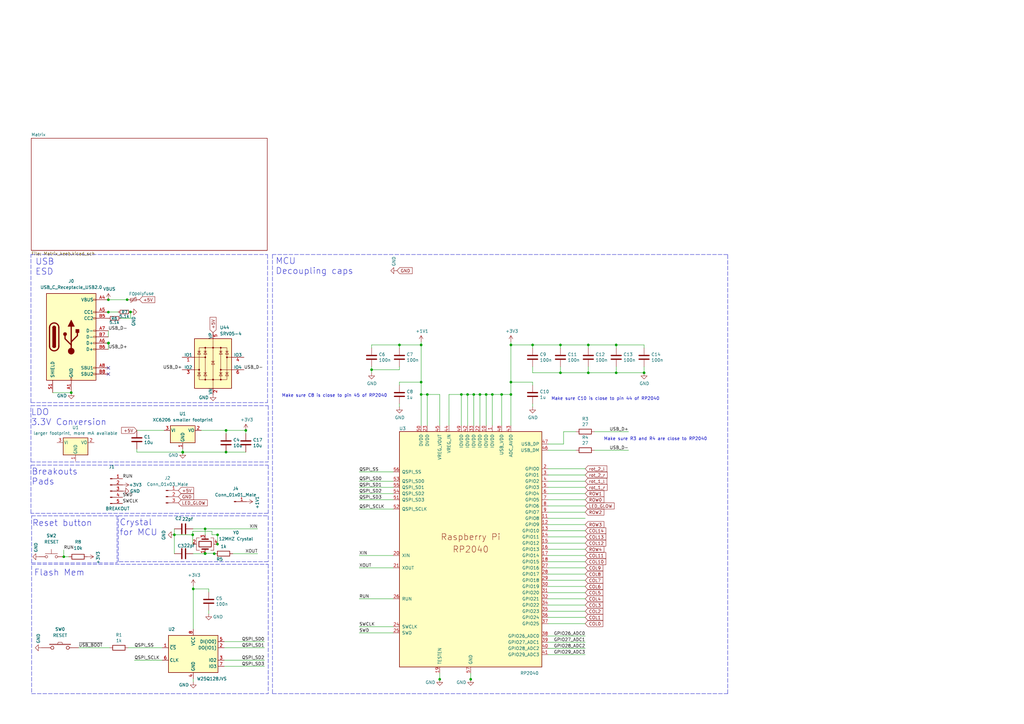
<source format=kicad_sch>
(kicad_sch (version 20211123) (generator eeschema)
  (paper "A3")
  (title_block (title "Rp2040 __template__") (date "2020-12-18") (rev "REV 0.1") (company "scattered_lenity.space"))
  (lib_symbols
    (symbol "Connector:Conn_01x01_Male" (pin_names (offset 1.016) hide)
      (property "Reference" "J" (at 0 2.54 0))
      (property "Value" "Conn_01x01_Male" (at 0 -2.54 0))
      (symbol "Conn_01x01_Male_1_1"
        (pin passive line (at 5.08 0 180) (length 3.81) (name "Pin_1") (number "1"))
      )
    )
    (symbol "Connector:Conn_01x03_Male" (pin_names (offset 1.016) hide)
      (property "Reference" "J" (at 0 5.08 0))
      (property "Value" "Conn_01x03_Male" (at 0 -5.08 0))
      (symbol "Conn_01x03_Male_1_1"
        (pin passive line (at 5.08 2.54 180) (length 3.81) (name "Pin_1") (number "1"))
        (pin passive line (at 5.08 0 180) (length 3.81) (name "Pin_2") (number "2"))
        (pin passive line (at 5.08 -2.54 180) (length 3.81) (name "Pin_3") (number "3"))
      )
    )
    (symbol "Connector:Conn_01x05_Male" (pin_names (offset 1.016) hide)
      (property "Reference" "J" (at 0 7.62 0))
      (property "Value" "Conn_01x05_Male" (at 0 -7.62 0))
      (symbol "Conn_01x05_Male_1_1"
        (pin passive line (at 5.08 5.08 180) (length 3.81) (name "Pin_1") (number "1"))
        (pin passive line (at 5.08 2.54 180) (length 3.81) (name "Pin_2") (number "2"))
        (pin passive line (at 5.08 0 180) (length 3.81) (name "Pin_3") (number "3"))
        (pin passive line (at 5.08 -2.54 180) (length 3.81) (name "Pin_4") (number "4"))
        (pin passive line (at 5.08 -5.08 180) (length 3.81) (name "Pin_5") (number "5"))
      )
    )
    (symbol "Connector:USB_C_Receptacle_USB2.0" (pin_names (offset 1.016))
      (property "Reference" "J" (at -10.16 19.05 0))
      (property "Value" "USB_C_Receptacle_USB2.0" (at 19.05 19.05 0))
      (symbol "USB_C_Receptacle_USB2.0_1_1"
        (pin passive line (at 0 -22.86 90) (length 5.08) (name "GND") (number "A1"))
        (pin passive line (at 0 -22.86 90) (length 5.08) hide (name "GND") (number "A12"))
        (pin passive line (at 15.24 15.24 180) (length 5.08) (name "VBUS") (number "A4"))
        (pin bidirectional line (at 15.24 10.16 180) (length 5.08) (name "CC1") (number "A5"))
        (pin bidirectional line (at 15.24 -2.54 180) (length 5.08) (name "D+") (number "A6"))
        (pin bidirectional line (at 15.24 2.54 180) (length 5.08) (name "D-") (number "A7"))
        (pin bidirectional line (at 15.24 -12.7 180) (length 5.08) (name "SBU1") (number "A8"))
        (pin passive line (at 15.24 15.24 180) (length 5.08) hide (name "VBUS") (number "A9"))
        (pin passive line (at 0 -22.86 90) (length 5.08) hide (name "GND") (number "B1"))
        (pin passive line (at 0 -22.86 90) (length 5.08) hide (name "GND") (number "B12"))
        (pin passive line (at 15.24 15.24 180) (length 5.08) hide (name "VBUS") (number "B4"))
        (pin bidirectional line (at 15.24 7.62 180) (length 5.08) (name "CC2") (number "B5"))
        (pin bidirectional line (at 15.24 -5.08 180) (length 5.08) (name "D+") (number "B6"))
        (pin bidirectional line (at 15.24 0 180) (length 5.08) (name "D-") (number "B7"))
        (pin bidirectional line (at 15.24 -15.24 180) (length 5.08) (name "SBU2") (number "B8"))
        (pin passive line (at 15.24 15.24 180) (length 5.08) hide (name "VBUS") (number "B9"))
        (pin passive line (at -7.62 -22.86 90) (length 5.08) (name "SHIELD") (number "S1"))
      )
    )
    (symbol "Device:C" (pin_numbers hide) (pin_names (offset 0.254))
      (property "Reference" "C" (at 0.635 2.54 0))
      (property "Value" "C" (at 0.635 -2.54 0))
      (symbol "C_1_1"
        (pin passive line (at 0 3.81 270) (length 2.794) (name "~") (number "1"))
        (pin passive line (at 0 -3.81 90) (length 2.794) (name "~") (number "2"))
      )
    )
    (symbol "Device:Crystal_GND24" (pin_names (offset 1.016) hide)
      (property "Reference" "Y" (at 3.175 5.08 0))
      (property "Value" "Crystal_GND24" (at 3.175 3.175 0))
      (symbol "Crystal_GND24_1_1"
        (pin passive line (at -3.81 0 0) (length 1.27) (name "1") (number "1"))
        (pin passive line (at 0 5.08 270) (length 1.27) (name "2") (number "2"))
        (pin passive line (at 3.81 0 180) (length 1.27) (name "3") (number "3"))
        (pin passive line (at 0 -5.08 90) (length 1.27) (name "4") (number "4"))
      )
    )
    (symbol "Device:Polyfuse_Small" (pin_numbers hide) (pin_names (offset 0))
      (property "Reference" "F" (at -1.905 0 90))
      (property "Value" "Polyfuse_Small" (at 1.905 0 90))
      (symbol "Polyfuse_Small_1_1"
        (pin passive line (at 0 2.54 270) (length 0.635) (name "~") (number "1"))
        (pin passive line (at 0 -2.54 90) (length 0.635) (name "~") (number "2"))
      )
    )
    (symbol "Device:R" (pin_numbers hide) (pin_names (offset 0))
      (property "Reference" "R" (at 2.032 0 90))
      (property "Value" "R" (at 0 0 90))
      (symbol "R_1_1"
        (pin passive line (at 0 3.81 270) (length 1.27) (name "~") (number "1"))
        (pin passive line (at 0 -3.81 90) (length 1.27) (name "~") (number "2"))
      )
    )
    (symbol "Device:R_Small" (pin_numbers hide) (pin_names (offset 0.254) hide)
      (property "Reference" "R" (at 0.762 0.508 0))
      (property "Value" "R_Small" (at 0.762 -1.016 0))
      (symbol "R_Small_1_1"
        (pin passive line (at 0 2.54 270) (length 0.762) (name "~") (number "1"))
        (pin passive line (at 0 -2.54 90) (length 0.762) (name "~") (number "2"))
      )
    )
    (symbol "MCU_RaspberryPi_RP2040:RP2040" (pin_names (offset 1.016))
      (property "Reference" "U" (at -29.21 49.53 0))
      (property "Value" "RP2040" (at 24.13 -49.53 0))
      (symbol "RP2040_0_0"
        (text "Raspberry Pi" (at 0 5.08 0) (effects (font (size 2.54 2.54))))
        (text "RP2040" (at 0 0 0) (effects (font (size 2.54 2.54))))
      )
      (symbol "RP2040_1_1"
        (pin power_in line (at 8.89 50.8 270) (length 2.54) (name "IOVDD") (number "1"))
        (pin power_in line (at 6.35 50.8 270) (length 2.54) (name "IOVDD") (number "10"))
        (pin bidirectional line (at 31.75 12.7 180) (length 2.54) (name "GPIO8") (number "11"))
        (pin bidirectional line (at 31.75 10.16 180) (length 2.54) (name "GPIO9") (number "12"))
        (pin bidirectional line (at 31.75 7.62 180) (length 2.54) (name "GPIO10") (number "13"))
        (pin bidirectional line (at 31.75 5.08 180) (length 2.54) (name "GPIO11") (number "14"))
        (pin bidirectional line (at 31.75 2.54 180) (length 2.54) (name "GPIO12") (number "15"))
        (pin bidirectional line (at 31.75 0 180) (length 2.54) (name "GPIO13") (number "16"))
        (pin bidirectional line (at 31.75 -2.54 180) (length 2.54) (name "GPIO14") (number "17"))
        (pin bidirectional line (at 31.75 -5.08 180) (length 2.54) (name "GPIO15") (number "18"))
        (pin passive line (at -12.7 -50.8 90) (length 2.54) (name "TESTEN") (number "19"))
        (pin bidirectional line (at 31.75 33.02 180) (length 2.54) (name "GPIO0") (number "2"))
        (pin input line (at -31.75 -2.54 0) (length 2.54) (name "XIN") (number "20"))
        (pin passive line (at -31.75 -7.62 0) (length 2.54) (name "XOUT") (number "21"))
        (pin power_in line (at 3.81 50.8 270) (length 2.54) (name "IOVDD") (number "22"))
        (pin power_in line (at -17.78 50.8 270) (length 2.54) (name "DVDD") (number "23"))
        (pin output line (at -31.75 -31.75 0) (length 2.54) (name "SWCLK") (number "24"))
        (pin bidirectional line (at -31.75 -34.29 0) (length 2.54) (name "SWD") (number "25"))
        (pin input line (at -31.75 -20.32 0) (length 2.54) (name "RUN") (number "26"))
        (pin bidirectional line (at 31.75 -7.62 180) (length 2.54) (name "GPIO16") (number "27"))
        (pin bidirectional line (at 31.75 -10.16 180) (length 2.54) (name "GPIO17") (number "28"))
        (pin bidirectional line (at 31.75 -12.7 180) (length 2.54) (name "GPIO18") (number "29"))
        (pin bidirectional line (at 31.75 30.48 180) (length 2.54) (name "GPIO1") (number "3"))
        (pin bidirectional line (at 31.75 -15.24 180) (length 2.54) (name "GPIO19") (number "30"))
        (pin bidirectional line (at 31.75 -17.78 180) (length 2.54) (name "GPIO20") (number "31"))
        (pin bidirectional line (at 31.75 -20.32 180) (length 2.54) (name "GPIO21") (number "32"))
        (pin power_in line (at 1.27 50.8 270) (length 2.54) (name "IOVDD") (number "33"))
        (pin bidirectional line (at 31.75 -22.86 180) (length 2.54) (name "GPIO22") (number "34"))
        (pin bidirectional line (at 31.75 -25.4 180) (length 2.54) (name "GPIO23") (number "35"))
        (pin bidirectional line (at 31.75 -27.94 180) (length 2.54) (name "GPIO24") (number "36"))
        (pin bidirectional line (at 31.75 -30.48 180) (length 2.54) (name "GPIO25") (number "37"))
        (pin bidirectional line (at 31.75 -35.56 180) (length 2.54) (name "GPIO26_ADC0") (number "38"))
        (pin bidirectional line (at 31.75 -38.1 180) (length 2.54) (name "GPIO27_ADC1") (number "39"))
        (pin bidirectional line (at 31.75 27.94 180) (length 2.54) (name "GPIO2") (number "4"))
        (pin bidirectional line (at 31.75 -40.64 180) (length 2.54) (name "GPIO28_ADC2") (number "40"))
        (pin bidirectional line (at 31.75 -43.18 180) (length 2.54) (name "GPIO29_ADC3") (number "41"))
        (pin power_in line (at -1.27 50.8 270) (length 2.54) (name "IOVDD") (number "42"))
        (pin power_in line (at 16.51 50.8 270) (length 2.54) (name "ADC_AVDD") (number "43"))
        (pin power_in line (at -8.89 50.8 270) (length 2.54) (name "VREG_IN") (number "44"))
        (pin power_out line (at -12.7 50.8 270) (length 2.54) (name "VREG_VOUT") (number "45"))
        (pin bidirectional line (at 31.75 40.64 180) (length 2.54) (name "USB_DM") (number "46"))
        (pin bidirectional line (at 31.75 43.18 180) (length 2.54) (name "USB_DP") (number "47"))
        (pin power_in line (at 12.7 50.8 270) (length 2.54) (name "USB_VDD") (number "48"))
        (pin power_in line (at -3.81 50.8 270) (length 2.54) (name "IOVDD") (number "49"))
        (pin bidirectional line (at 31.75 25.4 180) (length 2.54) (name "GPIO3") (number "5"))
        (pin power_in line (at -20.32 50.8 270) (length 2.54) (name "DVDD") (number "50"))
        (pin bidirectional line (at -31.75 20.32 0) (length 2.54) (name "QSPI_SD3") (number "51"))
        (pin output line (at -31.75 16.51 0) (length 2.54) (name "QSPI_SCLK") (number "52"))
        (pin bidirectional line (at -31.75 27.94 0) (length 2.54) (name "QSPI_SD0") (number "53"))
        (pin bidirectional line (at -31.75 22.86 0) (length 2.54) (name "QSPI_SD2") (number "54"))
        (pin bidirectional line (at -31.75 25.4 0) (length 2.54) (name "QSPI_SD1") (number "55"))
        (pin bidirectional line (at -31.75 31.75 0) (length 2.54) (name "QSPI_SS") (number "56"))
        (pin power_in line (at 0 -50.8 90) (length 2.54) (name "GND") (number "57"))
        (pin bidirectional line (at 31.75 22.86 180) (length 2.54) (name "GPIO4") (number "6"))
        (pin bidirectional line (at 31.75 20.32 180) (length 2.54) (name "GPIO5") (number "7"))
        (pin bidirectional line (at 31.75 17.78 180) (length 2.54) (name "GPIO6") (number "8"))
        (pin bidirectional line (at 31.75 15.24 180) (length 2.54) (name "GPIO7") (number "9"))
      )
    )
    (symbol "Memory_Flash:W25Q128JVS"
      (property "Reference" "U" (at -8.89 8.89 0))
      (property "Value" "W25Q128JVS" (at 7.62 8.89 0))
      (symbol "W25Q128JVS_1_1"
        (pin input line (at -12.7 2.54 0) (length 2.54) (name "~{CS}") (number "1"))
        (pin bidirectional line (at 12.7 2.54 180) (length 2.54) (name "DO(IO1)") (number "2"))
        (pin bidirectional line (at 12.7 -2.54 180) (length 2.54) (name "IO2") (number "3"))
        (pin power_in line (at 0 -10.16 90) (length 2.54) (name "GND") (number "4"))
        (pin bidirectional line (at 12.7 5.08 180) (length 2.54) (name "DI(IO0)") (number "5"))
        (pin input line (at -12.7 -2.54 0) (length 2.54) (name "CLK") (number "6"))
        (pin bidirectional line (at 12.7 -5.08 180) (length 2.54) (name "IO3") (number "7"))
        (pin power_in line (at 0 10.16 270) (length 2.54) (name "VCC") (number "8"))
      )
    )
    (symbol "Power_Protection:SRV05-4" (pin_names (offset 0))
      (property "Reference" "U" (at -5.08 11.43 0))
      (property "Value" "SRV05-4" (at 2.54 11.43 0))
      (symbol "SRV05-4_1_1"
        (pin passive line (at -12.7 2.54 0) (length 5.08) (name "IO1") (number "1"))
        (pin passive line (at 0 -12.7 90) (length 2.54) (name "VN") (number "2"))
        (pin passive line (at -12.7 -2.54 0) (length 5.08) (name "IO2") (number "3"))
        (pin passive line (at 12.7 2.54 180) (length 5.08) (name "IO3") (number "4"))
        (pin passive line (at 0 12.7 270) (length 2.54) (name "VP") (number "5"))
        (pin passive line (at 12.7 -2.54 180) (length 5.08) (name "IO4") (number "6"))
      )
    )
    (symbol "Regulator_Linear:NCP1117-3.3_SOT223" (pin_names (offset 0.254))
      (property "Reference" "U" (at -3.81 3.175 0))
      (property "Value" "NCP1117-3.3_SOT223" (at 0 3.175 0))
      (symbol "NCP1117-3.3_SOT223_1_1"
        (pin power_in line (at 0 -7.62 90) (length 2.54) (name "GND") (number "1"))
        (pin power_out line (at 7.62 0 180) (length 2.54) (name "VO") (number "2"))
        (pin power_in line (at -7.62 0 0) (length 2.54) (name "VI") (number "3"))
      )
    )
    (symbol "Regulator_Linear:XC6206PxxxMR" (pin_names (offset 0.254))
      (property "Reference" "U" (at -3.81 3.175 0))
      (property "Value" "XC6206PxxxMR" (at 0 3.175 0))
      (symbol "XC6206PxxxMR_1_1"
        (pin power_in line (at 0 -7.62 90) (length 2.54) (name "GND") (number "1"))
        (pin power_out line (at 7.62 0 180) (length 2.54) (name "VO") (number "2"))
        (pin power_in line (at -7.62 0 0) (length 2.54) (name "VI") (number "3"))
      )
    )
    (symbol "Switch:SW_Push" (pin_numbers hide) (pin_names (offset 1.016) hide)
      (property "Reference" "SW" (at 1.27 2.54 0))
      (property "Value" "SW_Push" (at 0 -1.524 0))
      (symbol "SW_Push_0_1"
        (pin passive line (at -5.08 0 0) (length 2.54) (name "1") (number "1"))
        (pin passive line (at 5.08 0 180) (length 2.54) (name "2") (number "2"))
      )
    )
    (symbol "cipulot_parts:SW_PUSH" (pin_numbers hide) (pin_names (offset 1.016) hide)
      (property "Reference" "SW" (at 3.81 2.794 0))
      (property "Value" "SW_PUSH" (at 0 -2.032 0))
      (symbol "SW_PUSH_0_1"
        (pin passive inverted (at -7.62 0 0) (length 5.08) (name "1") (number "1"))
        (pin passive inverted (at 7.62 0 180) (length 5.08) (name "2") (number "2"))
      )
    )
    (symbol "power:+1V1" (power) (pin_names (offset 0))
      (property "Value" "+1V1" (at 0 3.556 0))
      (symbol "+1V1_1_1"
        (pin power_in line (at 0 0 90) (length 0) hide (name "+1V1") (number "1"))
      )
    )
    (symbol "power:+3V3" (power) (pin_names (offset 0))
      (property "Value" "+3V3" (at 0 3.556 0))
      (symbol "+3V3_1_1"
        (pin power_in line (at 0 0 90) (length 0) hide (name "+3V3") (number "1"))
      )
    )
    (symbol "power:GND" (power) (pin_names (offset 0))
      (property "Value" "GND" (at 0 -3.81 0))
      (symbol "GND_1_1"
        (pin power_in line (at 0 0 270) (length 0) hide (name "GND") (number "1"))
      )
    )
    (symbol "power:VBUS" (power) (pin_names (offset 0))
      (property "Value" "VBUS" (at 0 3.81 0))
      (symbol "VBUS_1_1"
        (pin power_in line (at 0 0 90) (length 0) hide (name "VBUS") (number "1"))
      )
    )
  )
  (junction (at 209.55 156.718))
  (junction (at 44.45 122.936))
  (junction (at 241.3 152.908))
  (junction (at 189.23 161.798))
  (junction (at 191.77 161.798))
  (junction (at 44.45 140.716))
  (junction (at 92.71 185.42))
  (junction (at 29.21 161.036))
  (junction (at 100.838 176.53))
  (junction (at 79.248 241.554))
  (junction (at 194.31 161.798))
  (junction (at 71.5264 219.3544))
  (junction (at 84.1248 216.916))
  (junction (at 84.1248 226.9744))
  (junction (at 53.5432 127.9652))
  (junction (at 44.45 128.016))
  (junction (at 205.74 161.798))
  (junction (at 89.2048 223.1644))
  (junction (at 79.0448 219.3544))
  (junction (at 241.3 141.478))
  (junction (at 196.85 161.798))
  (junction (at 172.72 141.478))
  (junction (at 172.72 161.798))
  (junction (at 163.83 141.478))
  (junction (at 252.73 141.478))
  (junction (at 74.93 185.42))
  (junction (at 152.4 151.638))
  (junction (at 264.16 152.908))
  (junction (at 180.34 278.6126))
  (junction (at 193.04 278.6126))
  (junction (at 175.26 161.798))
  (junction (at 26.162 228.346))
  (junction (at 201.93 161.798))
  (junction (at 209.55 161.798))
  (junction (at 172.72 156.718))
  (junction (at 89.2302 219.3544))
  (junction (at 52.1462 122.9106))
  (junction (at 209.55 141.478))
  (junction (at 74.93 185.5216))
  (junction (at 44.5262 140.6906))
  (junction (at 84.1248 227.076))
  (junction (at 87.884 227.076))
  (junction (at 252.73 152.908))
  (junction (at 92.71 176.53))
  (junction (at 218.44 141.478))
  (junction (at 229.87 152.908))
  (junction (at 199.39 161.798))
  (junction (at 229.87 141.478))
  (no_connect (at 44.45 153.416))
  (no_connect (at 44.45 150.876))
  (wire (pts (xy 161.29 257.048) (xy 147.32 257.048)))
  (wire (pts (xy 79.1464 227.076) (xy 84.1248 227.076)))
  (wire (pts (xy 147.32 202.438) (xy 161.29 202.438)))
  (wire (pts (xy 224.79 220.218) (xy 240.03 220.218)))
  (wire (pts (xy 224.79 199.898) (xy 240.03 199.898)))
  (wire (pts (xy 201.93 161.798) (xy 205.74 161.798)))
  (wire (pts (xy 52.1462 122.936) (xy 52.1462 122.9106)))
  (wire (pts (xy 229.87 142.748) (xy 229.87 141.478)))
  (polyline (pts (xy 12.7 189.484) (xy 12.7 166.37)))
  (wire (pts (xy 85.598 241.554) (xy 79.248 241.554)))
  (wire (pts (xy 224.79 194.818) (xy 240.03 194.818)))
  (wire (pts (xy 82.55 176.53) (xy 92.71 176.53)))
  (wire (pts (xy 180.34 161.798) (xy 175.26 161.798)))
  (wire (pts (xy 147.32 197.358) (xy 161.29 197.358)))
  (wire (pts (xy 91.948 270.764) (xy 108.458 270.764)))
  (wire (pts (xy 147.32 199.898) (xy 161.29 199.898)))
  (wire (pts (xy 44.45 122.936) (xy 52.1462 122.936)))
  (polyline (pts (xy 12.7 210.566) (xy 12.7 190.754)))
  (wire (pts (xy 79.248 240.284) (xy 79.248 241.554)))
  (wire (pts (xy 199.39 174.498) (xy 199.39 161.798)))
  (wire (pts (xy 74.93 185.42) (xy 74.93 185.5216)))
  (wire (pts (xy 196.85 161.798) (xy 199.39 161.798)))
  (wire (pts (xy 86.9442 217.932) (xy 79.0448 217.932)))
  (wire (pts (xy 163.83 157.988) (xy 163.83 156.718)))
  (polyline (pts (xy 111.76 104.394) (xy 111.76 284.48)))
  (polyline (pts (xy 48.514 230.378) (xy 48.514 211.582)))
  (polyline (pts (xy 12.954 230.886) (xy 48.006 230.886)))
  (wire (pts (xy 53.5686 127.9652) (xy 53.5432 127.9652)))
  (wire (pts (xy 172.72 140.208) (xy 172.72 141.478)))
  (wire (pts (xy 180.34 276.098) (xy 180.34 278.6126)))
  (wire (pts (xy 224.79 222.758) (xy 240.03 222.758)))
  (wire (pts (xy 218.44 150.368) (xy 218.44 152.908)))
  (wire (pts (xy 100.838 177.8) (xy 100.838 176.53)))
  (polyline (pts (xy 12.954 283.972) (xy 12.954 231.394)))
  (wire (pts (xy 224.79 260.858) (xy 240.03 260.858)))
  (wire (pts (xy 71.5264 216.916) (xy 71.5264 219.3544)))
  (wire (pts (xy 175.26 174.498) (xy 175.26 161.798)))
  (wire (pts (xy 26.162 228.346) (xy 28.194 228.346)))
  (wire (pts (xy 224.79 268.478) (xy 240.03 268.478)))
  (wire (pts (xy 224.79 212.598) (xy 240.03 212.598)))
  (wire (pts (xy 44.45 127.9652) (xy 44.45 128.016)))
  (wire (pts (xy 209.55 156.718) (xy 218.44 156.718)))
  (wire (pts (xy 89.2048 223.1644) (xy 89.2302 223.1644)))
  (polyline (pts (xy 12.7 165.1) (xy 12.7 104.394)))
  (wire (pts (xy 44.958 265.684) (xy 32.258 265.684)))
  (wire (pts (xy 209.55 140.208) (xy 209.55 141.478)))
  (wire (pts (xy 264.16 150.368) (xy 264.16 152.908)))
  (wire (pts (xy 44.45 140.716) (xy 44.45 143.256)))
  (wire (pts (xy 193.04 276.098) (xy 193.04 278.6126)))
  (wire (pts (xy 224.79 182.118) (xy 231.14 182.118)))
  (polyline (pts (xy 109.982 231.394) (xy 109.982 284.48)))
  (wire (pts (xy 224.79 207.518) (xy 240.03 207.518)))
  (wire (pts (xy 218.44 141.478) (xy 229.87 141.478)))
  (wire (pts (xy 224.79 243.078) (xy 240.03 243.078)))
  (wire (pts (xy 89.2302 219.3544) (xy 86.9442 219.3544)))
  (wire (pts (xy 224.79 210.058) (xy 240.03 210.058)))
  (wire (pts (xy 224.79 263.398) (xy 240.03 263.398)))
  (wire (pts (xy 56.134 185.42) (xy 74.93 185.42)))
  (polyline (pts (xy 12.954 284.48) (xy 109.982 284.48)))
  (wire (pts (xy 56.134 176.53) (xy 67.31 176.53)))
  (wire (pts (xy 26.162 225.552) (xy 26.162 228.346)))
  (wire (pts (xy 91.948 265.684) (xy 108.458 265.684)))
  (wire (pts (xy 224.79 184.658) (xy 236.22 184.658)))
  (wire (pts (xy 224.79 265.938) (xy 240.03 265.938)))
  (wire (pts (xy 209.55 161.798) (xy 209.55 174.498)))
  (polyline (pts (xy 109.982 211.582) (xy 109.982 230.378)))
  (wire (pts (xy 87.884 226.9744) (xy 87.884 227.076)))
  (wire (pts (xy 86.9442 219.3544) (xy 86.9442 217.932)))
  (polyline (pts (xy 12.7 166.37) (xy 109.982 166.37)))
  (wire (pts (xy 79.0448 223.1644) (xy 79.0448 219.3544)))
  (wire (pts (xy 85.598 250.444) (xy 85.598 251.714)))
  (wire (pts (xy 84.1248 216.916) (xy 105.664 216.916)))
  (wire (pts (xy 49.53 130.556) (xy 53.5686 130.556)))
  (wire (pts (xy 180.34 174.498) (xy 180.34 161.798)))
  (wire (pts (xy 264.16 142.748) (xy 264.16 141.478)))
  (wire (pts (xy 224.79 232.918) (xy 240.03 232.918)))
  (wire (pts (xy 229.87 150.368) (xy 229.87 152.908)))
  (wire (pts (xy 79.248 241.554) (xy 79.248 258.064)))
  (wire (pts (xy 163.83 141.478) (xy 172.72 141.478)))
  (wire (pts (xy 152.4 141.478) (xy 163.83 141.478)))
  (wire (pts (xy 241.3 152.908) (xy 229.87 152.908)))
  (wire (pts (xy 224.79 240.538) (xy 240.03 240.538)))
  (polyline (pts (xy 109.728 104.394) (xy 109.728 165.1)))
  (polyline (pts (xy 12.7 165.1) (xy 109.728 165.1)))
  (wire (pts (xy 229.87 141.478) (xy 241.3 141.478)))
  (wire (pts (xy 172.72 161.798) (xy 172.72 174.498)))
  (wire (pts (xy 189.23 174.498) (xy 189.23 161.798)))
  (wire (pts (xy 89.2556 219.3544) (xy 89.2302 219.3544)))
  (wire (pts (xy 224.79 248.158) (xy 240.03 248.158)))
  (wire (pts (xy 201.93 161.798) (xy 201.93 174.498)))
  (wire (pts (xy 85.598 242.824) (xy 85.598 241.554)))
  (polyline (pts (xy 109.982 210.566) (xy 12.7 210.566)))
  (polyline (pts (xy 12.954 230.886) (xy 12.954 211.582)))
  (polyline (pts (xy 12.7 190.754) (xy 109.982 190.754)))
  (wire (pts (xy 161.29 259.588) (xy 147.32 259.588)))
  (wire (pts (xy 74.93 184.15) (xy 74.93 185.42)))
  (wire (pts (xy 191.77 161.798) (xy 194.31 161.798)))
  (wire (pts (xy 193.04 278.6126) (xy 193.04 278.638)))
  (wire (pts (xy 224.79 202.438) (xy 240.03 202.438)))
  (wire (pts (xy 21.59 161.036) (xy 29.21 161.036)))
  (polyline (pts (xy 109.982 230.378) (xy 48.514 230.378)))
  (wire (pts (xy 95.504 227.076) (xy 105.664 227.076)))
  (wire (pts (xy 100.838 176.53) (xy 92.71 176.53)))
  (polyline (pts (xy 12.954 211.582) (xy 48.006 211.582)))
  (wire (pts (xy 224.79 197.358) (xy 240.03 197.358)))
  (wire (pts (xy 55.118 270.764) (xy 66.548 270.764)))
  (wire (pts (xy 218.44 142.748) (xy 218.44 141.478)))
  (wire (pts (xy 224.79 204.978) (xy 240.03 204.978)))
  (polyline (pts (xy 12.954 231.394) (xy 109.982 231.394)))
  (wire (pts (xy 163.83 151.638) (xy 163.83 150.368)))
  (wire (pts (xy 218.44 157.988) (xy 218.44 156.718)))
  (wire (pts (xy 231.14 177.038) (xy 231.14 182.118)))
  (polyline (pts (xy 12.7 104.394) (xy 109.728 104.394)))
  (wire (pts (xy 241.3 150.368) (xy 241.3 152.908)))
  (polyline (pts (xy 109.982 190.754) (xy 109.982 210.566)))
  (wire (pts (xy 74.93 185.42) (xy 92.71 185.42)))
  (wire (pts (xy 44.45 135.636) (xy 44.45 138.176)))
  (polyline (pts (xy 111.76 284.48) (xy 298.45 284.48)))
  (wire (pts (xy 252.73 141.478) (xy 264.16 141.478)))
  (wire (pts (xy 194.31 161.798) (xy 196.85 161.798)))
  (wire (pts (xy 224.79 253.238) (xy 240.03 253.238)))
  (wire (pts (xy 71.5264 219.3544) (xy 79.0448 219.3544)))
  (wire (pts (xy 44.5262 140.6906) (xy 44.45 140.6906)))
  (wire (pts (xy 209.55 156.718) (xy 209.55 161.798)))
  (wire (pts (xy 241.3 141.478) (xy 252.73 141.478)))
  (wire (pts (xy 161.29 232.918) (xy 147.32 232.918)))
  (wire (pts (xy 152.4 151.638) (xy 163.83 151.638)))
  (wire (pts (xy 89.2302 219.3544) (xy 89.2302 223.1644)))
  (wire (pts (xy 92.71 185.42) (xy 100.838 185.42)))
  (wire (pts (xy 52.578 265.684) (xy 66.548 265.684)))
  (wire (pts (xy 252.73 142.748) (xy 252.73 141.478)))
  (wire (pts (xy 84.1248 227.076) (xy 84.1248 226.9744)))
  (wire (pts (xy 241.3 142.748) (xy 241.3 141.478)))
  (wire (pts (xy 224.79 237.998) (xy 240.03 237.998)))
  (wire (pts (xy 264.16 152.908) (xy 252.73 152.908)))
  (polyline (pts (xy 48.006 211.582) (xy 48.006 230.886)))
  (wire (pts (xy 243.84 177.038) (xy 257.81 177.038)))
  (wire (pts (xy 48.4632 127.9652) (xy 44.45 127.9652)))
  (wire (pts (xy 191.77 174.498) (xy 191.77 161.798)))
  (wire (pts (xy 92.71 177.8) (xy 92.71 176.53)))
  (polyline (pts (xy 298.45 284.48) (xy 298.45 104.394)))
  (wire (pts (xy 71.5264 219.3544) (xy 71.5264 227.076)))
  (wire (pts (xy 152.4 142.748) (xy 152.4 141.478)))
  (wire (pts (xy 205.74 174.498) (xy 205.74 161.798)))
  (wire (pts (xy 172.72 156.718) (xy 172.72 161.798)))
  (wire (pts (xy 224.79 255.778) (xy 240.03 255.778)))
  (wire (pts (xy 91.948 273.304) (xy 108.458 273.304)))
  (wire (pts (xy 152.4 150.368) (xy 152.4 151.638)))
  (wire (pts (xy 79.248 278.384) (xy 79.248 279.654)))
  (wire (pts (xy 161.29 245.618) (xy 147.32 245.618)))
  (wire (pts (xy 184.15 174.498) (xy 184.15 161.798)))
  (wire (pts (xy 79.0448 217.932) (xy 79.0448 219.3544)))
  (wire (pts (xy 180.34 278.6126) (xy 180.34 278.638)))
  (wire (pts (xy 224.79 227.838) (xy 240.03 227.838)))
  (wire (pts (xy 224.79 215.138) (xy 240.03 215.138)))
  (wire (pts (xy 224.79 235.458) (xy 240.03 235.458)))
  (wire (pts (xy 196.85 174.498) (xy 196.85 161.798)))
  (wire (pts (xy 194.31 174.498) (xy 194.31 161.798)))
  (polyline (pts (xy 109.982 166.37) (xy 109.982 189.484)))
  (wire (pts (xy 84.1248 226.9744) (xy 87.884 226.9744)))
  (polyline (pts (xy 48.514 211.582) (xy 109.982 211.582)))
  (wire (pts (xy 44.45 140.6906) (xy 44.45 140.716)))
  (wire (pts (xy 209.55 141.478) (xy 209.55 156.718)))
  (wire (pts (xy 184.15 161.798) (xy 189.23 161.798)))
  (polyline (pts (xy 298.45 104.394) (xy 111.76 104.394)))
  (wire (pts (xy 224.79 225.298) (xy 240.03 225.298)))
  (wire (pts (xy 224.79 217.678) (xy 240.03 217.678)))
  (wire (pts (xy 163.83 165.608) (xy 163.83 166.878)))
  (wire (pts (xy 163.83 142.748) (xy 163.83 141.478)))
  (wire (pts (xy 53.5686 130.556) (xy 53.5686 127.9652)))
  (wire (pts (xy 56.134 184.15) (xy 56.134 185.42)))
  (wire (pts (xy 252.73 150.368) (xy 252.73 152.908)))
  (wire (pts (xy 147.32 204.978) (xy 161.29 204.978)))
  (wire (pts (xy 224.79 250.698) (xy 240.03 250.698)))
  (wire (pts (xy 224.79 245.618) (xy 240.03 245.618)))
  (wire (pts (xy 205.74 161.798) (xy 209.55 161.798)))
  (wire (pts (xy 152.4 151.638) (xy 152.4 152.908)))
  (wire (pts (xy 252.73 152.908) (xy 241.3 152.908)))
  (wire (pts (xy 84.1248 216.916) (xy 84.1248 219.3544)))
  (wire (pts (xy 224.79 192.278) (xy 240.03 192.278)))
  (polyline (pts (xy 12.7 189.484) (xy 109.982 189.484)))
  (wire (pts (xy 209.55 141.478) (xy 218.44 141.478)))
  (wire (pts (xy 79.1464 216.916) (xy 84.1248 216.916)))
  (wire (pts (xy 163.83 156.718) (xy 172.72 156.718)))
  (wire (pts (xy 161.29 193.548) (xy 147.32 193.548)))
  (wire (pts (xy 147.32 227.838) (xy 161.29 227.838)))
  (wire (pts (xy 199.39 161.798) (xy 201.93 161.798)))
  (wire (pts (xy 172.72 141.478) (xy 172.72 156.718)))
  (wire (pts (xy 229.87 152.908) (xy 218.44 152.908)))
  (wire (pts (xy 91.948 263.144) (xy 108.458 263.144)))
  (wire (pts (xy 161.29 208.788) (xy 147.32 208.788)))
  (wire (pts (xy 189.23 161.798) (xy 191.77 161.798)))
  (wire (pts (xy 224.79 230.378) (xy 240.03 230.378)))
  (wire (pts (xy 231.14 177.038) (xy 236.22 177.038)))
  (wire (pts (xy 218.44 165.608) (xy 218.44 166.878)))
  (wire (pts (xy 243.84 184.658) (xy 257.81 184.658)))
  (wire (pts (xy 175.26 161.798) (xy 172.72 161.798)))
  (text "USB\nESD" (at 14.478 113.03 0) (effects (font (size 2.54 2.54)) (justify left bottom)))
  (text "Make sure C8 is close to pin 45 of RP2040" (at 115.57 163.068 0) (effects (font (size 1.27 1.27)) (justify left bottom)))
  (text "Breakouts\nPads\n" (at 12.954 199.136 0) (effects (font (size 2.54 2.54)) (justify left bottom)))
  (text "Make sure R3 and R4 are close to RP2040" (at 247.65 180.848 0) (effects (font (size 1.27 1.27)) (justify left bottom)))
  (text "Crystal\nfor MCU" (at 49.022 219.964 0) (effects (font (size 2.54 2.54)) (justify left bottom)))
  (text "Flash Mem " (at 13.97 236.474 0) (effects (font (size 2.54 2.54)) (justify left bottom)))
  (text "MCU\nDecoupling caps " (at 113.03 112.776 0) (effects (font (size 2.54 2.54)) (justify left bottom)))
  (text "Make sure C10 is close to pin 44 of RP2040" (at 226.06 164.338 0) (effects (font (size 1.27 1.27)) (justify left bottom)))
  (text "Reset button\n" (at 13.208 216.154 0) (effects (font (size 2.54 2.54)) (justify left bottom)))
  (text "LDO\n3.3V Conversion\n" (at 12.7 174.752 0) (effects (font (size 2.54 2.54)) (justify left bottom)))
  (label "RUN" (at 50.292 196.342 0))
  (label "QSPI_SD2" (at 108.458 270.764 180))
  (label "XIN" (at 147.32 227.838 0))
  (label "QSPI_SS" (at 55.118 265.684 0))
  (label "RUN" (at 147.32 245.618 0))
  (label "RUN" (at 26.162 225.552 0))
  (label "SWD" (at 50.292 203.962 0))
  (label "USB_D+" (at 44.45 143.256 0))
  (label "USB_D+" (at 74.676 151.638 180))
  (label "~{USB_BOOT}" (at 32.258 265.684 0))
  (label "GPIO27_ADC1" (at 240.03 263.398 180))
  (label "XIN" (at 105.664 216.916 180))
  (label "QSPI_SS" (at 147.32 193.548 0))
  (label "QSPI_SCLK" (at 55.118 270.764 0))
  (label "XOUT" (at 105.664 227.076 180))
  (label "QSPI_SD1" (at 147.32 199.898 0))
  (label "USB_D-" (at 44.45 135.636 0))
  (label "SWD" (at 147.32 259.588 0))
  (label "XOUT" (at 147.32 232.918 0))
  (label "QSPI_SD0" (at 147.32 197.358 0))
  (label "USB_D+" (at 257.81 177.038 180))
  (label "QSPI_SD3" (at 147.32 204.978 0))
  (label "QSPI_SD0" (at 108.458 263.144 180))
  (label "GPIO28_ADC2" (at 240.03 265.938 180))
  (label "USB_D-" (at 257.81 184.658 180))
  (label "GPIO26_ADC0" (at 240.03 260.858 180))
  (label "USB_D-" (at 100.076 151.638 0))
  (label "QSPI_SD1" (at 108.458 265.684 180))
  (label "QSPI_SD3" (at 108.458 273.304 180))
  (label "QSPI_SCLK" (at 147.32 208.788 0))
  (label "SWCLK" (at 147.32 257.048 0))
  (label "QSPI_SD2" (at 147.32 202.438 0))
  (label "SWCLK" (at 50.292 206.502 0))
  (label "GPIO29_ADC3" (at 240.03 268.478 180))
  (global_label "GND" (shape input) (at 73.152 203.708 0) (property "Intersheet References" "${INTERSHEET_REFS}" (effects hide)))
  (global_label "rot_2_r" (shape input) (at 240.03 194.818 0) (property "Intersheet References" "${INTERSHEET_REFS}" (effects hide)))
  (global_label "COL2" (shape input) (at 240.03 250.698 0) (property "Intersheet References" "${INTERSHEET_REFS}" (effects hide)))
  (global_label "rot_1_r" (shape input) (at 240.03 199.898 0) (property "Intersheet References" "${INTERSHEET_REFS}" (effects hide)))
  (global_label "COL3" (shape input) (at 240.03 248.158 0) (property "Intersheet References" "${INTERSHEET_REFS}" (effects hide)))
  (global_label "COL4" (shape input) (at 240.03 245.618 0) (property "Intersheet References" "${INTERSHEET_REFS}" (effects hide)))
  (global_label "COL7" (shape input) (at 240.03 237.998 0) (property "Intersheet References" "${INTERSHEET_REFS}" (effects hide)))
  (global_label "ROW3" (shape input) (at 240.03 215.138 0) (property "Intersheet References" "${INTERSHEET_REFS}" (effects hide)))
  (global_label "+5V" (shape input) (at 73.152 201.168 0) (property "Intersheet References" "${INTERSHEET_REFS}" (effects hide)))
  (global_label "rot_2_l" (shape input) (at 240.03 192.278 0) (property "Intersheet References" "${INTERSHEET_REFS}" (effects hide)))
  (global_label "COL1" (shape input) (at 240.03 253.238 0) (property "Intersheet References" "${INTERSHEET_REFS}" (effects hide)))
  (global_label "COL13" (shape input) (at 240.03 220.218 0) (property "Intersheet References" "${INTERSHEET_REFS}" (effects hide)))
  (global_label "+5V" (shape input) (at 56.134 176.53 180) (property "Intersheet References" "${INTERSHEET_REFS}" (effects hide)))
  (global_label "ROW0" (shape input) (at 240.03 204.978 0) (property "Intersheet References" "${INTERSHEET_REFS}" (effects hide)))
  (global_label "COL6" (shape input) (at 240.03 240.538 0) (property "Intersheet References" "${INTERSHEET_REFS}" (effects hide)))
  (global_label "LED_GLOW" (shape input) (at 73.152 206.248 0) (property "Intersheet References" "${INTERSHEET_REFS}" (effects hide)))
  (global_label "+5V" (shape input) (at 87.376 136.398 90) (property "Intersheet References" "${INTERSHEET_REFS}" (effects hide)))
  (global_label "COL5" (shape input) (at 240.03 243.078 0) (property "Intersheet References" "${INTERSHEET_REFS}" (effects hide)))
  (global_label "ROW1" (shape input) (at 240.03 202.438 0) (property "Intersheet References" "${INTERSHEET_REFS}" (effects hide)))
  (global_label "LED_GLOW" (shape input) (at 240.03 207.518 0) (property "Intersheet References" "${INTERSHEET_REFS}" (effects hide)))
  (global_label "GND" (shape input) (at 162.814 110.998 0) (property "Intersheet References" "${INTERSHEET_REFS}" (effects hide)))
  (global_label "+5V" (shape input) (at 57.2262 122.9106 0) (property "Intersheet References" "${INTERSHEET_REFS}" (effects hide)))
  (global_label "COL12" (shape input) (at 240.03 222.758 0) (property "Intersheet References" "${INTERSHEET_REFS}" (effects hide)))
  (global_label "COL8" (shape input) (at 240.03 235.458 0) (property "Intersheet References" "${INTERSHEET_REFS}" (effects hide)))
  (global_label "COL11" (shape input) (at 240.03 227.838 0) (property "Intersheet References" "${INTERSHEET_REFS}" (effects hide)))
  (global_label "ROW2" (shape input) (at 240.03 210.058 0) (property "Intersheet References" "${INTERSHEET_REFS}" (effects hide)))
  (global_label "COL0" (shape input) (at 240.03 255.778 0) (property "Intersheet References" "${INTERSHEET_REFS}" (effects hide)))
  (global_label "COL14" (shape input) (at 240.03 217.678 0) (property "Intersheet References" "${INTERSHEET_REFS}" (effects hide)))
  (global_label "COL10" (shape input) (at 240.03 230.378 0) (property "Intersheet References" "${INTERSHEET_REFS}" (effects hide)))
  (global_label "ROW4" (shape input) (at 240.03 225.298 0) (property "Intersheet References" "${INTERSHEET_REFS}" (effects hide)))
  (global_label "rot_1_l" (shape input) (at 240.03 197.358 0) (property "Intersheet References" "${INTERSHEET_REFS}" (effects hide)))
  (global_label "COL9" (shape input) (at 240.03 232.918 0) (property "Intersheet References" "${INTERSHEET_REFS}" (effects hide)))
  (symbol (lib_id "MCU_RaspberryPi_RP2040:RP2040") (at 193.04 225.298 0) (unit 1)
    (property "Reference" "U3" (at 165.1 175.768 0))
    (property "Value" "RP2040" (at 217.17 276.098 0))
    (property "Footprint" "RP2040:RP2040-QFN-56" (effects hide))
    (property "LCSC" "C2040" (effects hide))
  )
  (symbol (lib_id "Device:C") (at 75.3364 216.916 270) (unit 1)
    (property "Reference" "C2" (at 71.8312 212.6488 90) (effects (justify left)))
    (property "Value" "22pf" (at 74.676 212.9028 90) (effects (justify left)))
    (property "Footprint" "Capacitor_SMD:C_0805_2012Metric" (effects hide))
    (property "LCSC" "C1804" (effects hide))
  )
  (symbol (lib_id "Device:C") (at 75.3364 227.076 270) (unit 1)
    (property "Reference" "C3" (at 72.8218 223.8756 90) (effects (justify left)))
    (property "Value" "22pf" (at 75.3618 223.774 90) (effects (justify left)))
    (property "Footprint" "Capacitor_SMD:C_0805_2012Metric" (effects hide))
    (property "LCSC" "C1804" (effects hide))
  )
  (symbol (lib_id "power:GND") (at 71.5264 219.3544 270) (unit 1)
    (property "Reference" "#PWR06" (effects hide))
    (property "Value" "GND" (at 67.1322 219.4814 0))
  )
  (symbol (lib_id "Memory_Flash:W25Q128JVS") (at 79.248 268.224 0) (unit 1)
    (property "Reference" "U2" (at 70.358 258.064 0))
    (property "Value" "W25Q128JVS" (at 86.868 278.384 0))
    (property "Footprint" "Package_SO:SOIC-8_5.23x5.23mm_P1.27mm" (effects hide))
    (property "Datasheet" "http://www.winbond.com/resource-files/w25q128jv_dtr%20revc%2003272018%20plus.pdf" (effects hide))
    (property "LCSC" "C97521" (effects hide))
  )
  (symbol (lib_id "power:+3V3") (at 79.248 240.284 0) (unit 1)
    (property "Reference" "#PWR07" (effects hide))
    (property "Value" "+3V3" (at 79.629 235.8898 0))
  )
  (symbol (lib_id "power:GND") (at 79.248 279.654 0) (unit 1)
    (property "Reference" "#PWR08" (effects hide))
    (property "Value" "GND" (at 75.438 280.924 0))
  )
  (symbol (lib_id "Device:R") (at 48.768 265.684 270) (unit 1)
    (property "Reference" "R1" (at 48.768 260.4262 90))
    (property "Value" "1k" (at 48.768 262.7376 90))
    (property "Footprint" "Resistor_SMD:R_0805_2012Metric" (effects hide))
    (property "LCSC" "C115316" (effects hide))
  )
  (symbol (lib_id "Device:C") (at 85.598 246.634 0) (unit 1)
    (property "Reference" "C5" (at 88.519 245.4656 0) (effects (justify left)))
    (property "Value" "100n" (at 88.519 247.777 0) (effects (justify left)))
    (property "Footprint" "Capacitor_SMD:C_0805_2012Metric" (effects hide))
    (property "LCSC" "C49678" (effects hide))
  )
  (symbol (lib_id "power:GND") (at 85.598 251.714 0) (unit 1)
    (property "Reference" "#PWR011" (effects hide))
    (property "Value" "GND" (at 89.408 252.984 0))
  )
  (symbol (lib_id "Device:R") (at 240.03 177.038 270) (unit 1)
    (property "Reference" "R3" (at 240.03 171.7802 90))
    (property "Value" "27" (at 240.03 174.0916 90))
    (property "Footprint" "Resistor_SMD:R_0805_2012Metric" (effects hide))
    (property "LCSC" "C104170" (effects hide))
  )
  (symbol (lib_id "Device:R") (at 240.03 184.658 270) (unit 1)
    (property "Reference" "R4" (at 240.03 179.4002 90))
    (property "Value" "27" (at 240.03 181.7116 90))
    (property "Footprint" "Resistor_SMD:R_0805_2012Metric" (effects hide))
    (property "LCSC" "C104170" (effects hide))
  )
  (symbol (lib_id "power:+3V3") (at 209.55 140.208 0) (unit 1)
    (property "Reference" "#PWR017" (effects hide))
    (property "Value" "+3V3" (at 209.931 135.8138 0))
  )
  (symbol (lib_id "power:+1V1") (at 172.72 140.208 0) (unit 1)
    (property "Reference" "#PWR014" (effects hide))
    (property "Value" "+1V1" (at 173.101 135.8138 0))
  )
  (symbol (lib_id "Device:C") (at 218.44 146.558 0) (unit 1)
    (property "Reference" "C9" (at 221.361 145.3896 0) (effects (justify left)))
    (property "Value" "100n" (at 221.361 147.701 0) (effects (justify left)))
    (property "Footprint" "Capacitor_SMD:C_0805_2012Metric" (effects hide))
    (property "LCSC" "C49678" (effects hide))
  )
  (symbol (lib_id "Device:C") (at 229.87 146.558 0) (unit 1)
    (property "Reference" "C11" (at 232.791 145.3896 0) (effects (justify left)))
    (property "Value" "100n" (at 232.791 147.701 0) (effects (justify left)))
    (property "Footprint" "Capacitor_SMD:C_0805_2012Metric" (effects hide))
    (property "LCSC" "C49678" (effects hide))
  )
  (symbol (lib_id "Device:C") (at 241.3 146.558 0) (unit 1)
    (property "Reference" "C12" (at 244.221 145.3896 0) (effects (justify left)))
    (property "Value" "100n" (at 244.221 147.701 0) (effects (justify left)))
    (property "Footprint" "Capacitor_SMD:C_0805_2012Metric" (effects hide))
    (property "LCSC" "C49678" (effects hide))
  )
  (symbol (lib_id "Device:C") (at 252.73 146.558 0) (unit 1)
    (property "Reference" "C13" (at 255.651 145.3896 0) (effects (justify left)))
    (property "Value" "100n" (at 255.651 147.701 0) (effects (justify left)))
    (property "Footprint" "Capacitor_SMD:C_0805_2012Metric" (effects hide))
    (property "LCSC" "C49678" (effects hide))
  )
  (symbol (lib_id "Device:C") (at 264.16 146.558 0) (unit 1)
    (property "Reference" "C14" (at 267.081 145.3896 0) (effects (justify left)))
    (property "Value" "100n" (at 267.081 147.701 0) (effects (justify left)))
    (property "Footprint" "Capacitor_SMD:C_0805_2012Metric" (effects hide))
    (property "LCSC" "C49678" (effects hide))
  )
  (symbol (lib_id "Device:C") (at 152.4 146.558 0) (unit 1)
    (property "Reference" "C6" (at 155.321 145.3896 0) (effects (justify left)))
    (property "Value" "100n" (at 155.321 147.701 0) (effects (justify left)))
    (property "Footprint" "Capacitor_SMD:C_0805_2012Metric" (effects hide))
    (property "LCSC" "C49678" (effects hide))
  )
  (symbol (lib_id "Device:C") (at 163.83 146.558 0) (unit 1)
    (property "Reference" "C7" (at 166.751 145.3896 0) (effects (justify left)))
    (property "Value" "100n" (at 166.751 147.701 0) (effects (justify left)))
    (property "Footprint" "Capacitor_SMD:C_0805_2012Metric" (effects hide))
    (property "LCSC" "C49678" (effects hide))
  )
  (symbol (lib_id "Device:C") (at 163.83 161.798 0) (unit 1)
    (property "Reference" "C8" (at 166.751 160.6296 0) (effects (justify left)))
    (property "Value" "1u" (at 166.751 162.941 0) (effects (justify left)))
    (property "Footprint" "Capacitor_SMD:C_0805_2012Metric" (effects hide))
    (property "LCSC" "C28323" (effects hide))
  )
  (symbol (lib_id "Device:C") (at 218.44 161.798 0) (unit 1)
    (property "Reference" "C10" (at 221.361 160.6296 0) (effects (justify left)))
    (property "Value" "1u" (at 221.361 162.941 0) (effects (justify left)))
    (property "Footprint" "Capacitor_SMD:C_0805_2012Metric" (effects hide))
    (property "LCSC" "C28323" (effects hide))
  )
  (symbol (lib_id "power:GND") (at 264.16 152.908 0) (unit 1)
    (property "Reference" "#PWR023" (effects hide))
    (property "Value" "GND" (at 264.287 157.3022 0))
  )
  (symbol (lib_id "power:GND") (at 152.4 152.908 0) (unit 1)
    (property "Reference" "#PWR012" (effects hide))
    (property "Value" "GND" (at 152.527 157.3022 0))
  )
  (symbol (lib_id "power:GND") (at 163.83 166.878 0) (unit 1)
    (property "Reference" "#PWR013" (effects hide))
    (property "Value" "GND" (at 163.957 171.2722 0))
  )
  (symbol (lib_id "power:GND") (at 218.44 166.878 0) (unit 1)
    (property "Reference" "#PWR018" (effects hide))
    (property "Value" "GND" (at 218.567 171.2722 0))
  )
  (symbol (lib_id "Regulator_Linear:NCP1117-3.3_SOT223") (at 30.988 181.5084 0) (unit 1)
    (property "Reference" "U1" (at 30.988 175.3616 0))
    (property "Value" "larger footprint, more mA available" (at 30.988 177.673 0))
    (property "Footprint" "Package_TO_SOT_SMD:SOT-223-3_TabPin2" (effects hide))
    (property "Datasheet" "http://www.onsemi.com/pub_link/Collateral/NCP1117-D.PDF" (effects hide))
    (property "LCSC" "C26537" (effects hide))
  )
  (symbol (lib_id "power:VBUS") (at 44.45 122.936 0) (unit 1)
    (property "Reference" "#PWR03" (effects hide))
    (property "Value" "VBUS" (at 44.831 118.5418 0))
  )
  (symbol (lib_id "power:GND") (at 74.93 185.42 0) (unit 1)
    (property "Reference" "#PWR05" (effects hide))
    (property "Value" "GND" (at 71.12 186.69 0))
  )
  (symbol (lib_id "power:+3V3") (at 100.838 176.53 0) (unit 1)
    (property "Reference" "#PWR09" (effects hide))
    (property "Value" "+3V3" (at 101.219 172.1358 0))
  )
  (symbol (lib_id "Device:C") (at 56.134 180.34 0) (unit 1)
    (property "Reference" "C1" (at 59.055 179.1716 0) (effects (justify left)))
    (property "Value" "10u" (at 59.055 181.483 0) (effects (justify left)))
    (property "Footprint" "Capacitor_SMD:C_0805_2012Metric" (effects hide))
    (property "LCSC" "C91245" (effects hide))
  )
  (symbol (lib_id "Device:C") (at 92.71 181.61 0) (unit 1)
    (property "Reference" "C4" (at 95.631 180.4416 0) (effects (justify left)))
    (property "Value" "10u" (at 95.631 182.753 0) (effects (justify left)))
    (property "Footprint" "Capacitor_SMD:C_0805_2012Metric" (effects hide))
    (property "LCSC" "C91245" (effects hide))
  )
  (symbol (lib_id "Device:R") (at 91.694 227.076 270) (unit 1)
    (property "Reference" "R5" (at 90.1192 229.362 90))
    (property "Value" "1k" (at 91.694 224.1296 90))
    (property "Footprint" "Resistor_SMD:R_0805_2012Metric" (effects hide))
    (property "LCSC" "C115316" (effects hide))
  )
  (symbol (lib_id "Device:C") (at 100.838 181.61 0) (unit 1)
    (property "Reference" "C17" (at 103.759 180.4416 0) (effects (justify left)))
    (property "Value" "10u" (at 103.759 182.753 0) (effects (justify left)))
    (property "Footprint" "Capacitor_SMD:C_0805_2012Metric" (effects hide))
    (property "LCSC" "C91245" (effects hide))
  )
  (symbol (lib_id "power:GND") (at 162.814 110.998 270) (unit 1)
    (property "Reference" "#PWR0109" (effects hide))
    (property "Value" "GND" (at 161.544 107.188 0))
  )
  (symbol (lib_id "Regulator_Linear:XC6206PxxxMR") (at 74.93 176.53 0) (unit 1)
    (property "Reference" "U1" (at 74.93 169.672 0))
    (property "Value" "XC6206 smaller footprint" (at 74.93 172.212 0))
    (property "Footprint" "Package_TO_SOT_SMD:SOT-23" (effects hide))
    (property "Datasheet" "https://www.torexsemi.com/file/xc6206/XC6206.pdf" (effects hide))
    (property "LCSC" "C3015484" (effects hide))
  )
  (symbol (lib_id "Device:R_Small") (at 51.0032 127.9652 90) (unit 1)
    (property "Reference" "R7" (at 51.054 128.0414 90))
    (property "Value" "5.1k" (at 50.9778 129.7432 90))
    (property "Footprint" "Resistor_SMD:R_0805_2012Metric" (effects hide))
    (property "LCSC" "C27834" (effects hide))
  )
  (symbol (lib_id "Connector:USB_C_Receptacle_USB2.0") (at 29.21 138.176 0) (unit 1)
    (property "Reference" "J0" (at 29.21 115.2906 0))
    (property "Value" "USB_C_Receptacle_USB2.0" (at 29.21 117.8306 0))
    (property "Footprint" "Connector_USB:USB_C_Receptacle_HRO_TYPE-C-31-M-12" (effects hide))
    (property "Datasheet" "https://www.usb.org/sites/default/files/documents/usb_type-c.zip" (effects hide))
    (property "LCSC" "C165948" (effects hide))
  )
  (symbol (lib_id "cipulot_parts:SW_PUSH") (at 24.638 265.684 0) (unit 1)
    (property "Reference" "SW0" (at 24.638 258.064 0))
    (property "Value" "RESET " (at 24.638 260.604 0))
    (property "Footprint" "Keebio-Parts:SW_SPST_TL3342" (effects hide))
    (property "LCSC" "C2886894" (effects hide))
  )
  (symbol (lib_id "power:GND") (at 50.292 201.422 90) (unit 1)
    (property "Reference" "#PWR0102" (effects hide))
    (property "Value" "GND" (at 55.372 201.422 90))
  )
  (symbol (lib_id "power:GND") (at 87.376 161.798 0) (unit 1)
    (property "Reference" "#PWR0103" (effects hide))
    (property "Value" "GND" (at 83.566 163.068 0))
  )
  (symbol (lib_id "power:+3V3") (at 35.814 228.346 270) (unit 1)
    (property "Reference" "#PWR0111" (effects hide))
    (property "Value" "+3V3" (at 40.2082 228.727 0))
  )
  (symbol (lib_id "power:GND") (at 29.21 161.036 0) (unit 1)
    (property "Reference" "#PWR0101" (effects hide))
    (property "Value" "GND" (at 25.4 162.306 0))
  )
  (symbol (lib_id "power:GND") (at 17.018 265.684 270) (unit 1)
    (property "Reference" "#PWR0104" (effects hide))
    (property "Value" "GND" (at 15.748 261.874 0))
  )
  (symbol (lib_id "Device:Polyfuse_Small") (at 54.6862 122.9106 90) (unit 1)
    (property "Reference" "F0" (at 54.1274 120.5484 90))
    (property "Value" "polyfuse" (at 59.1312 120.3706 90))
    (property "Footprint" "Fuse:Fuse_1206_3216Metric" (effects hide))
    (property "LCSC" "C69688" (effects hide))
  )
  (symbol (lib_id "Connector:Conn_01x05_Male") (at 45.212 201.422 0) (unit 1)
    (property "Reference" "J1" (at 45.847 191.4398 0))
    (property "Value" "BREAKOUT" (at 48.2346 208.6102 0))
    (property "Footprint" "Connector_PinSocket_2.54mm:PinSocket_1x05_P2.54mm_Vertical" (effects hide))
  )
  (symbol (lib_id "power:GND") (at 16.002 228.346 270) (unit 1)
    (property "Reference" "#PWR0110" (effects hide))
    (property "Value" "GND" (at 14.732 224.536 0))
  )
  (symbol (lib_id "Device:R") (at 32.004 228.346 90) (unit 1)
    (property "Reference" "R8" (at 32.004 222.25 90))
    (property "Value" "10k" (at 32.004 224.79 90))
    (property "Footprint" "Resistor_SMD:R_0805_2012Metric" (effects hide))
    (property "LCSC" "C115309" (effects hide))
  )
  (symbol (lib_id "power:GND") (at 180.34 278.6126 0) (unit 1)
    (property "Reference" "#PWR0105" (effects hide))
    (property "Value" "GND" (at 176.53 279.8826 0))
  )
  (symbol (lib_id "power:+3V3") (at 50.292 198.882 270) (unit 1)
    (property "Reference" "#PWR0107" (effects hide))
    (property "Value" "+3V3" (at 55.5244 198.8566 90))
  )
  (symbol (lib_id "Device:Crystal_GND24") (at 84.1248 223.1644 90) (unit 1)
    (property "Reference" "Y0" (at 96.774 218.4654 90))
    (property "Value" "12MHZ Crystal " (at 96.774 221.0054 90))
    (property "Footprint" "Crystal:Crystal_SMD_3225-4Pin_3.2x2.5mm" (effects hide))
    (property "LCSC" "C9002" (effects hide))
  )
  (symbol (lib_id "power:GND") (at 193.04 278.6126 0) (unit 1)
    (property "Reference" "#PWR0106" (effects hide))
    (property "Value" "GND" (at 189.23 279.8826 0))
  )
  (symbol (lib_id "Connector:Conn_01x03_Male") (at 68.072 203.708 0) (unit 1)
    (property "Reference" "J2" (at 68.707 196.088 0))
    (property "Value" "Conn_01x03_Male" (at 68.707 198.628 0))
    (property "Footprint" "Connector_PinSocket_1.27mm:PinSocket_1x03_P1.27mm_Vertical" (effects hide))
  )
  (symbol (lib_id "power:GND") (at 53.5432 127.9652 90) (unit 1)
    (property "Reference" "#PWR0108" (effects hide))
    (property "Value" "GND" (at 54.8132 131.7752 0))
  )
  (symbol (lib_id "Device:R_Small") (at 46.99 130.556 90) (unit 1)
    (property "Reference" "R6" (at 46.9138 130.6068 90))
    (property "Value" "5.1k" (at 46.9138 132.207 90))
    (property "Footprint" "Resistor_SMD:R_0805_2012Metric" (effects hide))
    (property "LCSC" "C27834" (effects hide))
  )
  (symbol (lib_id "power:+1V1") (at 101.092 205.74 270) (unit 1)
    (property "Reference" "#PWR0113" (effects hide))
    (property "Value" "+1V1" (at 105.4862 206.121 0))
  )
  (symbol (lib_id "Connector:Conn_01x01_Male") (at 96.012 205.74 0) (unit 1)
    (property "Reference" "J4" (at 96.647 200.406 0))
    (property "Value" "Conn_01x01_Male" (at 96.647 202.946 0))
    (property "Footprint" "Connector_PinSocket_1.27mm:PinSocket_1x01_P1.27mm_Vertical" (effects hide))
  )
  (symbol (lib_id "Power_Protection:SRV05-4") (at 87.376 149.098 0) (unit 1)
    (property "Reference" "U44" (at 90.1447 134.3406 0) (effects (justify left)))
    (property "Value" "SRV05-4" (at 90.1447 136.8806 0) (effects (justify left)))
    (property "Footprint" "Package_TO_SOT_SMD:SOT-23-6" (effects hide))
    (property "Datasheet" "http://www.onsemi.com/pub/Collateral/SRV05-4-D.PDF" (effects hide))
    (property "LCSC" "C85364" (effects hide))
  )
  (symbol (lib_id "Switch:SW_Push") (at 21.082 228.346 0) (unit 1)
    (property "Reference" "SW2" (at 21.082 219.71 0))
    (property "Value" "RESET" (at 21.082 222.25 0))
    (property "Footprint" "Keebio-Parts:SW_SPST_TL3342" (effects hide))
    (property "LCSC" "C2886894" (effects hide))
  )
  (sheet (at 12.8016 56.6928) (size 96.8248 46.0248) (stroke (width 0.1524))
    (property "Sheet name" "Matrix" (at 12.8016 55.9812 0) (effects (justify left bottom)))
    (property "Sheet file" "Matrix_keeb.kicad_sch" (at 12.8016 103.3022 0) (effects (justify left top)))
  )
)
</source>
